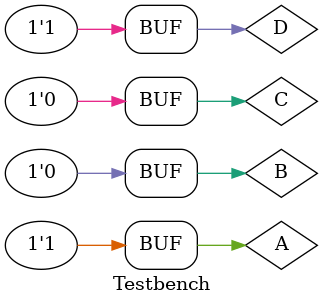
<source format=v>

module Testbench;

 reg A,B,C,D ;
 wire a,b,c,d,e,f,g;
 
 b27seg I1(A,B,C,D,a,b,c,d,e,f,g);
 
 initial begin
 
 {A,B,C,D} = 4'b0000;
 #100 {A,B,C,D} = 4'b0001;
 #100 {A,B,C,D} = 4'b0010;
 #100 {A,B,C,D} = 4'b0011;
 #100 {A,B,C,D} = 4'b0100;
 #100 {A,B,C,D} = 4'b0101;
 #100 {A,B,C,D} = 4'b0110;
 #100 {A,B,C,D} = 4'b0111;
 #100 {A,B,C,D} = 4'b1000;
 #100 {A,B,C,D} = 4'b1001;
 
 end 
endmodule

</source>
